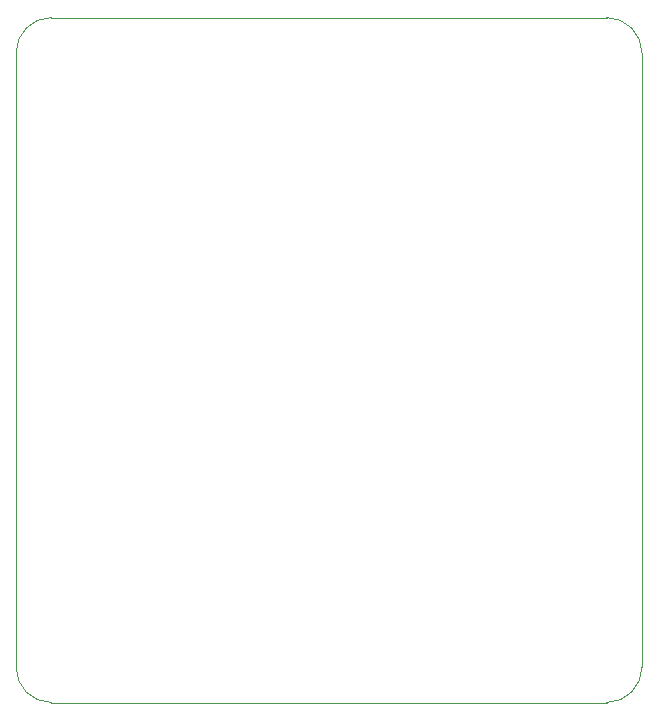
<source format=gbr>
%TF.GenerationSoftware,KiCad,Pcbnew,7.0.1*%
%TF.CreationDate,2023-09-15T12:38:23+09:00*%
%TF.ProjectId,Mix necessary function,4d697820-6e65-4636-9573-736172792066,rev?*%
%TF.SameCoordinates,Original*%
%TF.FileFunction,Profile,NP*%
%FSLAX46Y46*%
G04 Gerber Fmt 4.6, Leading zero omitted, Abs format (unit mm)*
G04 Created by KiCad (PCBNEW 7.0.1) date 2023-09-15 12:38:23*
%MOMM*%
%LPD*%
G01*
G04 APERTURE LIST*
%TA.AperFunction,Profile*%
%ADD10C,0.050000*%
%TD*%
G04 APERTURE END LIST*
D10*
X172001100Y-76003600D02*
X125001100Y-76003600D01*
X175001100Y-131003600D02*
X175001100Y-79003600D01*
X175001100Y-79003600D02*
G75*
G03*
X172001100Y-76003600I-3000000J0D01*
G01*
X172001100Y-134003600D02*
G75*
G03*
X175001100Y-131003600I0J3000000D01*
G01*
X122001100Y-131003600D02*
G75*
G03*
X125001100Y-134003600I3000000J0D01*
G01*
X122001100Y-79003600D02*
X122001100Y-131003600D01*
X125001100Y-134003600D02*
X172001100Y-134003600D01*
X125001100Y-76003600D02*
G75*
G03*
X122001100Y-79003600I0J-3000000D01*
G01*
M02*

</source>
